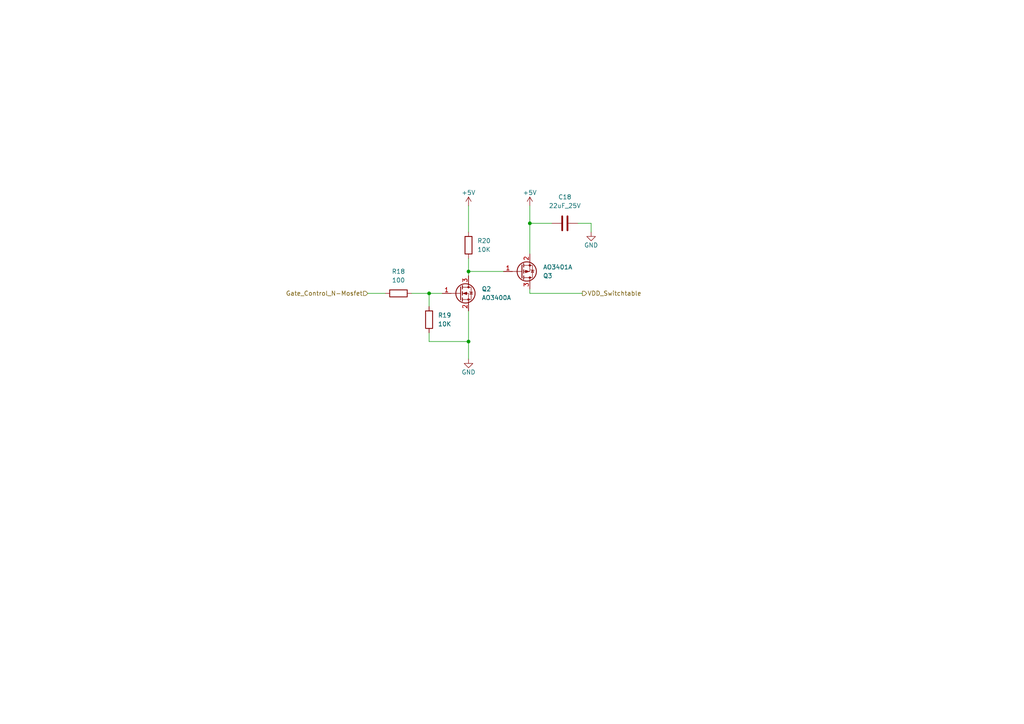
<source format=kicad_sch>
(kicad_sch (version 20231120) (generator "eeschema") (generator_version "8.0")
  (paper "A4")
  (lib_symbols
    (symbol "_C_1206:22uF_25V" (pin_numbers hide) (pin_names (offset 0.254))
      (property "Reference" "C" (at 0.635 2.54 0))
      (property "Value" "22uF_25V" (at 0.635 -2.54 0))
      (symbol "22uF_25V_0_1"
        (polyline (pts (xy -2.032 -0.762) (xy 2.032 -0.762)) (stroke (width 0.508)))
        (polyline (pts (xy -2.032 0.762) (xy 2.032 0.762)) (stroke (width 0.508)))
      )
      (symbol "22uF_25V_1_1"
        (pin passive line (at 0 3.81 270) (length 2.794) (name "~") (number "1"))
        (pin passive line (at 0 -3.81 90) (length 2.794) (name "~") (number "2"))
      )
    )
    (symbol "_R_0402:100" (pin_numbers hide) (pin_names (offset 0))
      (property "Reference" "R" (at 2.032 0 90))
      (property "Value" "100" (at 0 0 90))
      (symbol "100_0_1"
        (rectangle (start -1.016 -2.54) (end 1.016 2.54) (stroke (width 0.254)))
      )
      (symbol "100_1_1"
        (pin passive line (at 0 3.81 270) (length 1.27) (name "~") (number "1"))
        (pin passive line (at 0 -3.81 90) (length 1.27) (name "~") (number "2"))
      )
    )
    (symbol "_R_0402:10K" (pin_numbers hide) (pin_names (offset 0))
      (property "Reference" "R" (at 2.032 0 90))
      (property "Value" "10K" (at 0 0 90))
      (symbol "10K_0_1"
        (rectangle (start -1.016 -2.54) (end 1.016 2.54) (stroke (width 0.254)))
      )
      (symbol "10K_1_1"
        (pin passive line (at 0 3.81 270) (length 1.27) (name "~") (number "1"))
        (pin passive line (at 0 -3.81 90) (length 1.27) (name "~") (number "2"))
      )
    )
    (symbol "_Transistor_FET:AO3400A" (pin_names hide)
      (property "Reference" "Q" (at 5.08 1.905 0))
      (property "Value" "AO3400A" (at 5.08 0 0))
      (symbol "AO3400A_0_1"
        (polyline (pts (xy 0.254 0) (xy -2.54 0)))
        (polyline (pts (xy 0.254 1.905) (xy 0.254 -1.905)) (stroke (width 0.254)))
        (polyline (pts (xy 0.762 -1.27) (xy 0.762 -2.286)) (stroke (width 0.254)))
        (polyline (pts (xy 0.762 0.508) (xy 0.762 -0.508)) (stroke (width 0.254)))
        (polyline (pts (xy 0.762 2.286) (xy 0.762 1.27)) (stroke (width 0.254)))
        (polyline (pts (xy 2.54 2.54) (xy 2.54 1.778)))
        (polyline (pts (xy 2.54 -2.54) (xy 2.54 0) (xy 0.762 0)))
        (polyline (pts (xy 0.762 -1.778) (xy 3.302 -1.778) (xy 3.302 1.778) (xy 0.762 1.778)))
        (polyline (pts (xy 1.016 0) (xy 2.032 0.381) (xy 2.032 -0.381) (xy 1.016 0)) (fill (type outline)))
        (polyline (pts (xy 2.794 0.508) (xy 2.921 0.381) (xy 3.683 0.381) (xy 3.81 0.254)))
        (polyline (pts (xy 3.302 0.381) (xy 2.921 -0.254) (xy 3.683 -0.254) (xy 3.302 0.381)))
        (circle (center 1.651 0) (radius 2.794) (stroke (width 0.254)))
        (circle (center 2.54 -1.778) (radius 0.254) (fill (type outline)))
        (circle (center 2.54 1.778) (radius 0.254) (fill (type outline)))
      )
      (symbol "AO3400A_1_1"
        (pin input line (at -5.08 0 0) (length 2.54) (name "G") (number "1"))
        (pin passive line (at 2.54 -5.08 90) (length 2.54) (name "S") (number "2"))
        (pin passive line (at 2.54 5.08 270) (length 2.54) (name "D") (number "3"))
      )
    )
    (symbol "_Transistor_FET:AO3401A" (pin_names hide)
      (property "Reference" "Q" (at 5.08 1.905 0))
      (property "Value" "AO3401A" (at 5.08 0 0))
      (symbol "AO3401A_0_1"
        (polyline (pts (xy 0.254 0) (xy -2.54 0)))
        (polyline (pts (xy 0.254 1.905) (xy 0.254 -1.905)) (stroke (width 0.254)))
        (polyline (pts (xy 0.762 -1.27) (xy 0.762 -2.286)) (stroke (width 0.254)))
        (polyline (pts (xy 0.762 0.508) (xy 0.762 -0.508)) (stroke (width 0.254)))
        (polyline (pts (xy 0.762 2.286) (xy 0.762 1.27)) (stroke (width 0.254)))
        (polyline (pts (xy 2.54 2.54) (xy 2.54 1.778)))
        (polyline (pts (xy 2.54 -2.54) (xy 2.54 0) (xy 0.762 0)))
        (polyline (pts (xy 0.762 1.778) (xy 3.302 1.778) (xy 3.302 -1.778) (xy 0.762 -1.778)))
        (polyline (pts (xy 2.286 0) (xy 1.27 0.381) (xy 1.27 -0.381) (xy 2.286 0)) (fill (type outline)))
        (polyline (pts (xy 2.794 -0.508) (xy 2.921 -0.381) (xy 3.683 -0.381) (xy 3.81 -0.254)))
        (polyline (pts (xy 3.302 -0.381) (xy 2.921 0.254) (xy 3.683 0.254) (xy 3.302 -0.381)))
        (circle (center 1.651 0) (radius 2.794) (stroke (width 0.254)))
        (circle (center 2.54 -1.778) (radius 0.254) (fill (type outline)))
        (circle (center 2.54 1.778) (radius 0.254) (fill (type outline)))
      )
      (symbol "AO3401A_1_1"
        (pin input line (at -5.08 0 0) (length 2.54) (name "G") (number "1"))
        (pin passive line (at 2.54 -5.08 90) (length 2.54) (name "S") (number "2"))
        (pin passive line (at 2.54 5.08 270) (length 2.54) (name "D") (number "3"))
      )
    )
    (symbol "power:+5V" (power) (pin_names (offset 0))
      (property "Value" "+5V" (at 0 3.556 0))
      (symbol "+5V_0_1"
        (polyline (pts (xy -0.762 1.27) (xy 0 2.54)))
        (polyline (pts (xy 0 0) (xy 0 2.54)))
        (polyline (pts (xy 0 2.54) (xy 0.762 1.27)))
      )
      (symbol "+5V_1_1"
        (pin power_in line (at 0 0 90) (length 0) hide (name "+5V") (number "1"))
      )
    )
    (symbol "power:GND" (power) (pin_names (offset 0))
      (property "Value" "GND" (at 0 -3.81 0))
      (symbol "GND_0_1"
        (polyline (pts (xy 0 0) (xy 0 -1.27) (xy 1.27 -1.27) (xy 0 -2.54) (xy -1.27 -1.27) (xy 0 -1.27)))
      )
      (symbol "GND_1_1"
        (pin power_in line (at 0 0 270) (length 0) hide (name "GND") (number "1"))
      )
    )
  )
  (junction (at 135.89 78.74))
  (junction (at 135.89 99.06))
  (junction (at 124.46 85.09))
  (junction (at 153.67 64.77))
  (wire (pts (xy 171.45 64.77) (xy 171.45 67.31)))
  (wire (pts (xy 153.67 59.69) (xy 153.67 64.77)))
  (wire (pts (xy 135.89 78.74) (xy 135.89 80.01)))
  (wire (pts (xy 153.67 64.77) (xy 160.02 64.77)))
  (wire (pts (xy 135.89 90.17) (xy 135.89 99.06)))
  (wire (pts (xy 106.68 85.09) (xy 111.76 85.09)))
  (wire (pts (xy 153.67 85.09) (xy 168.91 85.09)))
  (wire (pts (xy 124.46 96.52) (xy 124.46 99.06)))
  (wire (pts (xy 135.89 59.69) (xy 135.89 67.31)))
  (wire (pts (xy 167.64 64.77) (xy 171.45 64.77)))
  (wire (pts (xy 135.89 74.93) (xy 135.89 78.74)))
  (wire (pts (xy 119.38 85.09) (xy 124.46 85.09)))
  (wire (pts (xy 124.46 85.09) (xy 128.27 85.09)))
  (wire (pts (xy 135.89 78.74) (xy 146.05 78.74)))
  (wire (pts (xy 135.89 99.06) (xy 135.89 104.14)))
  (wire (pts (xy 124.46 85.09) (xy 124.46 88.9)))
  (wire (pts (xy 153.67 83.82) (xy 153.67 85.09)))
  (wire (pts (xy 153.67 64.77) (xy 153.67 73.66)))
  (wire (pts (xy 124.46 99.06) (xy 135.89 99.06)))
  (hierarchical_label "Gate_Control_N-Mosfet" (shape input) (at 106.68 85.09 180))
  (hierarchical_label "VDD_Switchtable" (shape output) (at 168.91 85.09 0))
  (symbol (lib_id "power:GND") (at 171.45 67.31 0) (unit 1)
    (property "Reference" "#PWR071" (effects (hide yes)))
    (property "Value" "GND" (at 171.45 71.12 0))
    (instances (project "Drawer_Controller_v4" (path "" (reference "#PWR071") (unit 1)) (path "" (reference "#PWR075") (unit 1))))
  )
  (symbol (lib_id "_C_1206:22uF_25V") (at 163.83 64.77 90) (unit 1)
    (property "Reference" "C18" (at 163.83 57.15 90))
    (property "Value" "22uF_25V" (at 163.83 59.69 90))
    (property "Footprint" "Capacitor_SMD:C_1206_3216Metric" (effects (hide yes)))
    (property "Datasheet" "https://product.samsungsem.com/mlcc/CL31A226KAHNNN.do" (effects (hide yes)))
    (property "Description" "Capacitor 22uF 25V X7R 10% 1206" (effects (hide yes)))
    (property "MF" "Samsung Electro-Mechanics" (effects (hide yes)))
    (property "MPN" "CL31A226KAHNNNE" (effects (hide yes)))
    (property "OC_LCSC" "C12891" (effects (hide yes)))
    (instances (project "Drawer_Controller_v4" (path "" (reference "C18") (unit 1)) (path "" (reference "C19") (unit 1))))
  )
  (symbol (lib_id "power:GND") (at 135.89 104.14 0) (unit 1)
    (property "Reference" "#PWR069" (effects (hide yes)))
    (property "Value" "GND" (at 135.89 107.95 0))
    (instances (project "Drawer_Controller_v4" (path "" (reference "#PWR069") (unit 1)) (path "" (reference "#PWR073") (unit 1))))
  )
  (symbol (lib_id "power:+5V") (at 153.67 59.69 0) (unit 1)
    (property "Reference" "#PWR070" (effects (hide yes)))
    (property "Value" "+5V" (at 153.67 55.88 0))
    (instances (project "Drawer_Controller_v4" (path "" (reference "#PWR070") (unit 1)) (path "" (reference "#PWR074") (unit 1))))
  )
  (symbol (lib_id "power:+5V") (at 135.89 59.69 0) (unit 1)
    (property "Reference" "#PWR068" (effects (hide yes)))
    (property "Value" "+5V" (at 135.89 55.88 0))
    (instances (project "Drawer_Controller_v4" (path "" (reference "#PWR068") (unit 1)) (path "" (reference "#PWR072") (unit 1))))
  )
  (symbol (lib_id "_Transistor_FET:AO3400A") (at 133.35 85.09 0) (unit 1)
    (property "Reference" "Q2" (at 139.7 83.8199 0) (effects (justify left)))
    (property "Value" "AO3400A" (at 139.7 86.3599 0) (effects (justify left)))
    (property "Footprint" "Package_TO_SOT_SMD:SOT-23" (effects (hide yes)))
    (property "Datasheet" "https://datasheet.lcsc.com/lcsc/1811081213_Alpha---Omega-Semicon-AO3400A_C20917.pdf" (effects (hide yes)))
    (property "Description" "30V 5.7A 26.5mΩ@10V,5.7A 1.4W N Channel SOT-23-3L MOSFET" (effects (hide yes)))
    (property "MF" "Alpha & Omega Semicon" (effects (hide yes)))
    (property "MPN" "AO3400A" (effects (hide yes)))
    (property "OC_LCSC" "C20917" (effects (hide yes)))
    (instances (project "Drawer_Controller_v4" (path "" (reference "Q2") (unit 1)) (path "" (reference "Q4") (unit 1))))
  )
  (symbol (lib_id "_R_0402:10K") (at 135.89 71.12 0) (unit 1)
    (property "Reference" "R20" (at 138.43 69.8499 0) (effects (justify left)))
    (property "Value" "10K" (at 138.43 72.3899 0) (effects (justify left)))
    (property "Footprint" "Resistor_SMD:R_0402_1005Metric" (effects (hide yes)))
    (property "Description" "Resistor 10K 1% 62.5mW 50V 0402" (effects (hide yes)))
    (property "MF" "UNI-ROYAL" (effects (hide yes)))
    (property "MPN" "0402WGF1002TCE" (effects (hide yes)))
    (property "OC_LCSC" "C25744" (effects (hide yes)))
    (instances (project "Drawer_Controller_v4" (path "" (reference "R20") (unit 1)) (path "" (reference "R23") (unit 1))))
  )
  (symbol (lib_id "_R_0402:10K") (at 124.46 92.71 0) (unit 1)
    (property "Reference" "R19" (at 127 91.4399 0) (effects (justify left)))
    (property "Value" "10K" (at 127 93.9799 0) (effects (justify left)))
    (property "Footprint" "Resistor_SMD:R_0402_1005Metric" (effects (hide yes)))
    (property "Description" "Resistor 10K 1% 62.5mW 50V 0402" (effects (hide yes)))
    (property "MF" "UNI-ROYAL" (effects (hide yes)))
    (property "MPN" "0402WGF1002TCE" (effects (hide yes)))
    (property "OC_LCSC" "C25744" (effects (hide yes)))
    (instances (project "Drawer_Controller_v4" (path "" (reference "R19") (unit 1)) (path "" (reference "R22") (unit 1))))
  )
  (symbol (lib_id "_Transistor_FET:AO3401A") (at 151.13 78.74 0) (mirror x) (unit 1)
    (property "Reference" "Q3" (at 157.48 80.0101 0) (effects (justify left)))
    (property "Value" "AO3401A" (at 157.48 77.4701 0) (effects (justify left)))
    (property "Footprint" "Package_TO_SOT_SMD:SOT-23" (effects (hide yes)))
    (property "Datasheet" "https://datasheet.lcsc.com/lcsc/1810171817_Alpha---Omega-Semicon-AO3401A_C15127.pdf" (effects (hide yes)))
    (property "Description" "30V 4A 44mΩ@10V,4.3A 1.4W P Channel SOT-23 MOSFET" (effects (hide yes)))
    (property "MF" "Alpha & Omega Semicon" (effects (hide yes)))
    (property "MPN" "AO3401A" (effects (hide yes)))
    (property "OC_LCSC" "C15127" (effects (hide yes)))
    (instances (project "Drawer_Controller_v4" (path "" (reference "Q3") (unit 1)) (path "" (reference "Q5") (unit 1))))
  )
  (symbol (lib_id "_R_0402:100") (at 115.57 85.09 90) (unit 1)
    (property "Reference" "R18" (at 115.57 78.74 90))
    (property "Value" "100" (at 115.57 81.28 90))
    (property "Footprint" "Resistor_SMD:R_0402_1005Metric" (effects (hide yes)))
    (property "Description" "Resistor 100 1% 62.5mW 50V 0402" (effects (hide yes)))
    (property "MF" "UNI-ROYAL" (effects (hide yes)))
    (property "MPN" "0402WGF1000TCE" (effects (hide yes)))
    (property "OC_LCSC" "C25076" (effects (hide yes)))
    (instances (project "Drawer_Controller_v4" (path "" (reference "R18") (unit 1)) (path "" (reference "R21") (unit 1))))
  )
)
</source>
